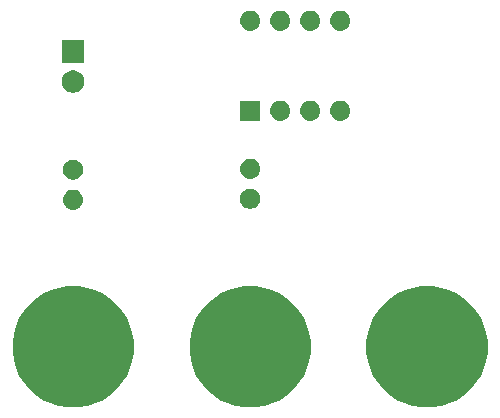
<source format=gbr>
G04 #@! TF.GenerationSoftware,KiCad,Pcbnew,(5.0.1-3-g963ef8bb5)*
G04 #@! TF.CreationDate,2018-11-27T12:20:19-08:00*
G04 #@! TF.ProjectId,Example,4578616D706C652E6B696361645F7063,0.0.1*
G04 #@! TF.SameCoordinates,Original*
G04 #@! TF.FileFunction,Soldermask,Top*
G04 #@! TF.FilePolarity,Negative*
%FSLAX46Y46*%
G04 Gerber Fmt 4.6, Leading zero omitted, Abs format (unit mm)*
G04 Created by KiCad (PCBNEW (5.0.1-3-g963ef8bb5)) date Tuesday, November 27, 2018 at 12:20:19 PM*
%MOMM*%
%LPD*%
G01*
G04 APERTURE LIST*
%ADD10C,0.100000*%
G04 APERTURE END LIST*
D10*
G36*
X161146225Y-120000454D02*
X161476658Y-120066181D01*
X161863443Y-120226393D01*
X162410439Y-120452966D01*
X163250825Y-121014494D01*
X163965506Y-121729175D01*
X164527034Y-122569561D01*
X164913819Y-123503343D01*
X165111000Y-124494639D01*
X165111000Y-125505361D01*
X164913819Y-126496657D01*
X164527034Y-127430439D01*
X163965506Y-128270825D01*
X163250825Y-128985506D01*
X162410439Y-129547034D01*
X161863443Y-129773607D01*
X161476658Y-129933819D01*
X161146225Y-129999546D01*
X160485361Y-130131000D01*
X159474639Y-130131000D01*
X158813775Y-129999546D01*
X158483342Y-129933819D01*
X158096557Y-129773607D01*
X157549561Y-129547034D01*
X156709175Y-128985506D01*
X155994494Y-128270825D01*
X155432966Y-127430439D01*
X155046181Y-126496657D01*
X154849000Y-125505361D01*
X154849000Y-124494639D01*
X155046181Y-123503343D01*
X155432966Y-122569561D01*
X155994494Y-121729175D01*
X156709175Y-121014494D01*
X157549561Y-120452966D01*
X158096557Y-120226393D01*
X158483342Y-120066181D01*
X158813775Y-120000454D01*
X159474639Y-119869000D01*
X160485361Y-119869000D01*
X161146225Y-120000454D01*
X161146225Y-120000454D01*
G37*
G36*
X146166225Y-120000454D02*
X146496658Y-120066181D01*
X146883443Y-120226393D01*
X147430439Y-120452966D01*
X148270825Y-121014494D01*
X148985506Y-121729175D01*
X149547034Y-122569561D01*
X149933819Y-123503343D01*
X150131000Y-124494639D01*
X150131000Y-125505361D01*
X149933819Y-126496657D01*
X149547034Y-127430439D01*
X148985506Y-128270825D01*
X148270825Y-128985506D01*
X147430439Y-129547034D01*
X146883443Y-129773607D01*
X146496658Y-129933819D01*
X146166225Y-129999546D01*
X145505361Y-130131000D01*
X144494639Y-130131000D01*
X143833775Y-129999546D01*
X143503342Y-129933819D01*
X143116557Y-129773607D01*
X142569561Y-129547034D01*
X141729175Y-128985506D01*
X141014494Y-128270825D01*
X140452966Y-127430439D01*
X140066181Y-126496657D01*
X139869000Y-125505361D01*
X139869000Y-124494639D01*
X140066181Y-123503343D01*
X140452966Y-122569561D01*
X141014494Y-121729175D01*
X141729175Y-121014494D01*
X142569561Y-120452966D01*
X143116557Y-120226393D01*
X143503342Y-120066181D01*
X143833775Y-120000454D01*
X144494639Y-119869000D01*
X145505361Y-119869000D01*
X146166225Y-120000454D01*
X146166225Y-120000454D01*
G37*
G36*
X131176225Y-120000454D02*
X131506658Y-120066181D01*
X131893443Y-120226393D01*
X132440439Y-120452966D01*
X133280825Y-121014494D01*
X133995506Y-121729175D01*
X134557034Y-122569561D01*
X134943819Y-123503343D01*
X135141000Y-124494639D01*
X135141000Y-125505361D01*
X134943819Y-126496657D01*
X134557034Y-127430439D01*
X133995506Y-128270825D01*
X133280825Y-128985506D01*
X132440439Y-129547034D01*
X131893443Y-129773607D01*
X131506658Y-129933819D01*
X131176225Y-129999546D01*
X130515361Y-130131000D01*
X129504639Y-130131000D01*
X128843775Y-129999546D01*
X128513342Y-129933819D01*
X128126557Y-129773607D01*
X127579561Y-129547034D01*
X126739175Y-128985506D01*
X126024494Y-128270825D01*
X125462966Y-127430439D01*
X125076181Y-126496657D01*
X124879000Y-125505361D01*
X124879000Y-124494639D01*
X125076181Y-123503343D01*
X125462966Y-122569561D01*
X126024494Y-121729175D01*
X126739175Y-121014494D01*
X127579561Y-120452966D01*
X128126557Y-120226393D01*
X128513342Y-120066181D01*
X128843775Y-120000454D01*
X129504639Y-119869000D01*
X130515361Y-119869000D01*
X131176225Y-120000454D01*
X131176225Y-120000454D01*
G37*
G36*
X130166821Y-111701313D02*
X130166824Y-111701314D01*
X130166825Y-111701314D01*
X130327239Y-111749975D01*
X130327241Y-111749976D01*
X130327244Y-111749977D01*
X130475078Y-111828995D01*
X130604659Y-111935341D01*
X130711005Y-112064922D01*
X130790023Y-112212756D01*
X130838687Y-112373179D01*
X130855117Y-112540000D01*
X130838687Y-112706821D01*
X130838686Y-112706824D01*
X130838686Y-112706825D01*
X130791281Y-112863100D01*
X130790023Y-112867244D01*
X130711005Y-113015078D01*
X130604659Y-113144659D01*
X130475078Y-113251005D01*
X130327244Y-113330023D01*
X130327241Y-113330024D01*
X130327239Y-113330025D01*
X130166825Y-113378686D01*
X130166824Y-113378686D01*
X130166821Y-113378687D01*
X130041804Y-113391000D01*
X129958196Y-113391000D01*
X129833179Y-113378687D01*
X129833176Y-113378686D01*
X129833175Y-113378686D01*
X129672761Y-113330025D01*
X129672759Y-113330024D01*
X129672756Y-113330023D01*
X129524922Y-113251005D01*
X129395341Y-113144659D01*
X129288995Y-113015078D01*
X129209977Y-112867244D01*
X129208720Y-112863100D01*
X129161314Y-112706825D01*
X129161314Y-112706824D01*
X129161313Y-112706821D01*
X129144883Y-112540000D01*
X129161313Y-112373179D01*
X129209977Y-112212756D01*
X129288995Y-112064922D01*
X129395341Y-111935341D01*
X129524922Y-111828995D01*
X129672756Y-111749977D01*
X129672759Y-111749976D01*
X129672761Y-111749975D01*
X129833175Y-111701314D01*
X129833176Y-111701314D01*
X129833179Y-111701313D01*
X129958196Y-111689000D01*
X130041804Y-111689000D01*
X130166821Y-111701313D01*
X130166821Y-111701313D01*
G37*
G36*
X145248228Y-111641703D02*
X145403100Y-111705853D01*
X145542481Y-111798985D01*
X145661015Y-111917519D01*
X145754147Y-112056900D01*
X145818297Y-112211772D01*
X145851000Y-112376184D01*
X145851000Y-112543816D01*
X145818297Y-112708228D01*
X145754147Y-112863100D01*
X145661015Y-113002481D01*
X145542481Y-113121015D01*
X145403100Y-113214147D01*
X145248228Y-113278297D01*
X145083816Y-113311000D01*
X144916184Y-113311000D01*
X144751772Y-113278297D01*
X144596900Y-113214147D01*
X144457519Y-113121015D01*
X144338985Y-113002481D01*
X144245853Y-112863100D01*
X144181703Y-112708228D01*
X144149000Y-112543816D01*
X144149000Y-112376184D01*
X144181703Y-112211772D01*
X144245853Y-112056900D01*
X144338985Y-111917519D01*
X144457519Y-111798985D01*
X144596900Y-111705853D01*
X144751772Y-111641703D01*
X144916184Y-111609000D01*
X145083816Y-111609000D01*
X145248228Y-111641703D01*
X145248228Y-111641703D01*
G37*
G36*
X130248228Y-109181703D02*
X130403100Y-109245853D01*
X130542481Y-109338985D01*
X130661015Y-109457519D01*
X130754147Y-109596900D01*
X130818297Y-109751772D01*
X130851000Y-109916184D01*
X130851000Y-110083816D01*
X130818297Y-110248228D01*
X130754147Y-110403100D01*
X130661015Y-110542481D01*
X130542481Y-110661015D01*
X130403100Y-110754147D01*
X130248228Y-110818297D01*
X130083816Y-110851000D01*
X129916184Y-110851000D01*
X129751772Y-110818297D01*
X129596900Y-110754147D01*
X129457519Y-110661015D01*
X129338985Y-110542481D01*
X129245853Y-110403100D01*
X129181703Y-110248228D01*
X129149000Y-110083816D01*
X129149000Y-109916184D01*
X129181703Y-109751772D01*
X129245853Y-109596900D01*
X129338985Y-109457519D01*
X129457519Y-109338985D01*
X129596900Y-109245853D01*
X129751772Y-109181703D01*
X129916184Y-109149000D01*
X130083816Y-109149000D01*
X130248228Y-109181703D01*
X130248228Y-109181703D01*
G37*
G36*
X145166821Y-109081313D02*
X145166824Y-109081314D01*
X145166825Y-109081314D01*
X145327239Y-109129975D01*
X145327241Y-109129976D01*
X145327244Y-109129977D01*
X145475078Y-109208995D01*
X145604659Y-109315341D01*
X145711005Y-109444922D01*
X145790023Y-109592756D01*
X145790024Y-109592759D01*
X145790025Y-109592761D01*
X145838260Y-109751772D01*
X145838687Y-109753179D01*
X145855117Y-109920000D01*
X145838687Y-110086821D01*
X145790023Y-110247244D01*
X145711005Y-110395078D01*
X145604659Y-110524659D01*
X145475078Y-110631005D01*
X145327244Y-110710023D01*
X145327241Y-110710024D01*
X145327239Y-110710025D01*
X145166825Y-110758686D01*
X145166824Y-110758686D01*
X145166821Y-110758687D01*
X145041804Y-110771000D01*
X144958196Y-110771000D01*
X144833179Y-110758687D01*
X144833176Y-110758686D01*
X144833175Y-110758686D01*
X144672761Y-110710025D01*
X144672759Y-110710024D01*
X144672756Y-110710023D01*
X144524922Y-110631005D01*
X144395341Y-110524659D01*
X144288995Y-110395078D01*
X144209977Y-110247244D01*
X144161313Y-110086821D01*
X144144883Y-109920000D01*
X144161313Y-109753179D01*
X144161740Y-109751772D01*
X144209975Y-109592761D01*
X144209976Y-109592759D01*
X144209977Y-109592756D01*
X144288995Y-109444922D01*
X144395341Y-109315341D01*
X144524922Y-109208995D01*
X144672756Y-109129977D01*
X144672759Y-109129976D01*
X144672761Y-109129975D01*
X144833175Y-109081314D01*
X144833176Y-109081314D01*
X144833179Y-109081313D01*
X144958196Y-109069000D01*
X145041804Y-109069000D01*
X145166821Y-109081313D01*
X145166821Y-109081313D01*
G37*
G36*
X152786821Y-104161313D02*
X152786824Y-104161314D01*
X152786825Y-104161314D01*
X152947239Y-104209975D01*
X152947241Y-104209976D01*
X152947244Y-104209977D01*
X153095078Y-104288995D01*
X153224659Y-104395341D01*
X153331005Y-104524922D01*
X153410023Y-104672756D01*
X153458687Y-104833179D01*
X153475117Y-105000000D01*
X153458687Y-105166821D01*
X153410023Y-105327244D01*
X153331005Y-105475078D01*
X153224659Y-105604659D01*
X153095078Y-105711005D01*
X152947244Y-105790023D01*
X152947241Y-105790024D01*
X152947239Y-105790025D01*
X152786825Y-105838686D01*
X152786824Y-105838686D01*
X152786821Y-105838687D01*
X152661804Y-105851000D01*
X152578196Y-105851000D01*
X152453179Y-105838687D01*
X152453176Y-105838686D01*
X152453175Y-105838686D01*
X152292761Y-105790025D01*
X152292759Y-105790024D01*
X152292756Y-105790023D01*
X152144922Y-105711005D01*
X152015341Y-105604659D01*
X151908995Y-105475078D01*
X151829977Y-105327244D01*
X151781313Y-105166821D01*
X151764883Y-105000000D01*
X151781313Y-104833179D01*
X151829977Y-104672756D01*
X151908995Y-104524922D01*
X152015341Y-104395341D01*
X152144922Y-104288995D01*
X152292756Y-104209977D01*
X152292759Y-104209976D01*
X152292761Y-104209975D01*
X152453175Y-104161314D01*
X152453176Y-104161314D01*
X152453179Y-104161313D01*
X152578196Y-104149000D01*
X152661804Y-104149000D01*
X152786821Y-104161313D01*
X152786821Y-104161313D01*
G37*
G36*
X150246821Y-104161313D02*
X150246824Y-104161314D01*
X150246825Y-104161314D01*
X150407239Y-104209975D01*
X150407241Y-104209976D01*
X150407244Y-104209977D01*
X150555078Y-104288995D01*
X150684659Y-104395341D01*
X150791005Y-104524922D01*
X150870023Y-104672756D01*
X150918687Y-104833179D01*
X150935117Y-105000000D01*
X150918687Y-105166821D01*
X150870023Y-105327244D01*
X150791005Y-105475078D01*
X150684659Y-105604659D01*
X150555078Y-105711005D01*
X150407244Y-105790023D01*
X150407241Y-105790024D01*
X150407239Y-105790025D01*
X150246825Y-105838686D01*
X150246824Y-105838686D01*
X150246821Y-105838687D01*
X150121804Y-105851000D01*
X150038196Y-105851000D01*
X149913179Y-105838687D01*
X149913176Y-105838686D01*
X149913175Y-105838686D01*
X149752761Y-105790025D01*
X149752759Y-105790024D01*
X149752756Y-105790023D01*
X149604922Y-105711005D01*
X149475341Y-105604659D01*
X149368995Y-105475078D01*
X149289977Y-105327244D01*
X149241313Y-105166821D01*
X149224883Y-105000000D01*
X149241313Y-104833179D01*
X149289977Y-104672756D01*
X149368995Y-104524922D01*
X149475341Y-104395341D01*
X149604922Y-104288995D01*
X149752756Y-104209977D01*
X149752759Y-104209976D01*
X149752761Y-104209975D01*
X149913175Y-104161314D01*
X149913176Y-104161314D01*
X149913179Y-104161313D01*
X150038196Y-104149000D01*
X150121804Y-104149000D01*
X150246821Y-104161313D01*
X150246821Y-104161313D01*
G37*
G36*
X147706821Y-104161313D02*
X147706824Y-104161314D01*
X147706825Y-104161314D01*
X147867239Y-104209975D01*
X147867241Y-104209976D01*
X147867244Y-104209977D01*
X148015078Y-104288995D01*
X148144659Y-104395341D01*
X148251005Y-104524922D01*
X148330023Y-104672756D01*
X148378687Y-104833179D01*
X148395117Y-105000000D01*
X148378687Y-105166821D01*
X148330023Y-105327244D01*
X148251005Y-105475078D01*
X148144659Y-105604659D01*
X148015078Y-105711005D01*
X147867244Y-105790023D01*
X147867241Y-105790024D01*
X147867239Y-105790025D01*
X147706825Y-105838686D01*
X147706824Y-105838686D01*
X147706821Y-105838687D01*
X147581804Y-105851000D01*
X147498196Y-105851000D01*
X147373179Y-105838687D01*
X147373176Y-105838686D01*
X147373175Y-105838686D01*
X147212761Y-105790025D01*
X147212759Y-105790024D01*
X147212756Y-105790023D01*
X147064922Y-105711005D01*
X146935341Y-105604659D01*
X146828995Y-105475078D01*
X146749977Y-105327244D01*
X146701313Y-105166821D01*
X146684883Y-105000000D01*
X146701313Y-104833179D01*
X146749977Y-104672756D01*
X146828995Y-104524922D01*
X146935341Y-104395341D01*
X147064922Y-104288995D01*
X147212756Y-104209977D01*
X147212759Y-104209976D01*
X147212761Y-104209975D01*
X147373175Y-104161314D01*
X147373176Y-104161314D01*
X147373179Y-104161313D01*
X147498196Y-104149000D01*
X147581804Y-104149000D01*
X147706821Y-104161313D01*
X147706821Y-104161313D01*
G37*
G36*
X145851000Y-105851000D02*
X144149000Y-105851000D01*
X144149000Y-104149000D01*
X145851000Y-104149000D01*
X145851000Y-105851000D01*
X145851000Y-105851000D01*
G37*
G36*
X130277396Y-101625546D02*
X130450466Y-101697234D01*
X130606230Y-101801312D01*
X130738688Y-101933770D01*
X130842766Y-102089534D01*
X130914454Y-102262604D01*
X130951000Y-102446333D01*
X130951000Y-102633667D01*
X130914454Y-102817396D01*
X130842766Y-102990466D01*
X130738688Y-103146230D01*
X130606230Y-103278688D01*
X130450466Y-103382766D01*
X130277396Y-103454454D01*
X130093667Y-103491000D01*
X129906333Y-103491000D01*
X129722604Y-103454454D01*
X129549534Y-103382766D01*
X129393770Y-103278688D01*
X129261312Y-103146230D01*
X129157234Y-102990466D01*
X129085546Y-102817396D01*
X129049000Y-102633667D01*
X129049000Y-102446333D01*
X129085546Y-102262604D01*
X129157234Y-102089534D01*
X129261312Y-101933770D01*
X129393770Y-101801312D01*
X129549534Y-101697234D01*
X129722604Y-101625546D01*
X129906333Y-101589000D01*
X130093667Y-101589000D01*
X130277396Y-101625546D01*
X130277396Y-101625546D01*
G37*
G36*
X130951000Y-100951000D02*
X129049000Y-100951000D01*
X129049000Y-99049000D01*
X130951000Y-99049000D01*
X130951000Y-100951000D01*
X130951000Y-100951000D01*
G37*
G36*
X145166821Y-96541313D02*
X145166824Y-96541314D01*
X145166825Y-96541314D01*
X145327239Y-96589975D01*
X145327241Y-96589976D01*
X145327244Y-96589977D01*
X145475078Y-96668995D01*
X145604659Y-96775341D01*
X145711005Y-96904922D01*
X145790023Y-97052756D01*
X145838687Y-97213179D01*
X145855117Y-97380000D01*
X145838687Y-97546821D01*
X145790023Y-97707244D01*
X145711005Y-97855078D01*
X145604659Y-97984659D01*
X145475078Y-98091005D01*
X145327244Y-98170023D01*
X145327241Y-98170024D01*
X145327239Y-98170025D01*
X145166825Y-98218686D01*
X145166824Y-98218686D01*
X145166821Y-98218687D01*
X145041804Y-98231000D01*
X144958196Y-98231000D01*
X144833179Y-98218687D01*
X144833176Y-98218686D01*
X144833175Y-98218686D01*
X144672761Y-98170025D01*
X144672759Y-98170024D01*
X144672756Y-98170023D01*
X144524922Y-98091005D01*
X144395341Y-97984659D01*
X144288995Y-97855078D01*
X144209977Y-97707244D01*
X144161313Y-97546821D01*
X144144883Y-97380000D01*
X144161313Y-97213179D01*
X144209977Y-97052756D01*
X144288995Y-96904922D01*
X144395341Y-96775341D01*
X144524922Y-96668995D01*
X144672756Y-96589977D01*
X144672759Y-96589976D01*
X144672761Y-96589975D01*
X144833175Y-96541314D01*
X144833176Y-96541314D01*
X144833179Y-96541313D01*
X144958196Y-96529000D01*
X145041804Y-96529000D01*
X145166821Y-96541313D01*
X145166821Y-96541313D01*
G37*
G36*
X147706821Y-96541313D02*
X147706824Y-96541314D01*
X147706825Y-96541314D01*
X147867239Y-96589975D01*
X147867241Y-96589976D01*
X147867244Y-96589977D01*
X148015078Y-96668995D01*
X148144659Y-96775341D01*
X148251005Y-96904922D01*
X148330023Y-97052756D01*
X148378687Y-97213179D01*
X148395117Y-97380000D01*
X148378687Y-97546821D01*
X148330023Y-97707244D01*
X148251005Y-97855078D01*
X148144659Y-97984659D01*
X148015078Y-98091005D01*
X147867244Y-98170023D01*
X147867241Y-98170024D01*
X147867239Y-98170025D01*
X147706825Y-98218686D01*
X147706824Y-98218686D01*
X147706821Y-98218687D01*
X147581804Y-98231000D01*
X147498196Y-98231000D01*
X147373179Y-98218687D01*
X147373176Y-98218686D01*
X147373175Y-98218686D01*
X147212761Y-98170025D01*
X147212759Y-98170024D01*
X147212756Y-98170023D01*
X147064922Y-98091005D01*
X146935341Y-97984659D01*
X146828995Y-97855078D01*
X146749977Y-97707244D01*
X146701313Y-97546821D01*
X146684883Y-97380000D01*
X146701313Y-97213179D01*
X146749977Y-97052756D01*
X146828995Y-96904922D01*
X146935341Y-96775341D01*
X147064922Y-96668995D01*
X147212756Y-96589977D01*
X147212759Y-96589976D01*
X147212761Y-96589975D01*
X147373175Y-96541314D01*
X147373176Y-96541314D01*
X147373179Y-96541313D01*
X147498196Y-96529000D01*
X147581804Y-96529000D01*
X147706821Y-96541313D01*
X147706821Y-96541313D01*
G37*
G36*
X152786821Y-96541313D02*
X152786824Y-96541314D01*
X152786825Y-96541314D01*
X152947239Y-96589975D01*
X152947241Y-96589976D01*
X152947244Y-96589977D01*
X153095078Y-96668995D01*
X153224659Y-96775341D01*
X153331005Y-96904922D01*
X153410023Y-97052756D01*
X153458687Y-97213179D01*
X153475117Y-97380000D01*
X153458687Y-97546821D01*
X153410023Y-97707244D01*
X153331005Y-97855078D01*
X153224659Y-97984659D01*
X153095078Y-98091005D01*
X152947244Y-98170023D01*
X152947241Y-98170024D01*
X152947239Y-98170025D01*
X152786825Y-98218686D01*
X152786824Y-98218686D01*
X152786821Y-98218687D01*
X152661804Y-98231000D01*
X152578196Y-98231000D01*
X152453179Y-98218687D01*
X152453176Y-98218686D01*
X152453175Y-98218686D01*
X152292761Y-98170025D01*
X152292759Y-98170024D01*
X152292756Y-98170023D01*
X152144922Y-98091005D01*
X152015341Y-97984659D01*
X151908995Y-97855078D01*
X151829977Y-97707244D01*
X151781313Y-97546821D01*
X151764883Y-97380000D01*
X151781313Y-97213179D01*
X151829977Y-97052756D01*
X151908995Y-96904922D01*
X152015341Y-96775341D01*
X152144922Y-96668995D01*
X152292756Y-96589977D01*
X152292759Y-96589976D01*
X152292761Y-96589975D01*
X152453175Y-96541314D01*
X152453176Y-96541314D01*
X152453179Y-96541313D01*
X152578196Y-96529000D01*
X152661804Y-96529000D01*
X152786821Y-96541313D01*
X152786821Y-96541313D01*
G37*
G36*
X150246821Y-96541313D02*
X150246824Y-96541314D01*
X150246825Y-96541314D01*
X150407239Y-96589975D01*
X150407241Y-96589976D01*
X150407244Y-96589977D01*
X150555078Y-96668995D01*
X150684659Y-96775341D01*
X150791005Y-96904922D01*
X150870023Y-97052756D01*
X150918687Y-97213179D01*
X150935117Y-97380000D01*
X150918687Y-97546821D01*
X150870023Y-97707244D01*
X150791005Y-97855078D01*
X150684659Y-97984659D01*
X150555078Y-98091005D01*
X150407244Y-98170023D01*
X150407241Y-98170024D01*
X150407239Y-98170025D01*
X150246825Y-98218686D01*
X150246824Y-98218686D01*
X150246821Y-98218687D01*
X150121804Y-98231000D01*
X150038196Y-98231000D01*
X149913179Y-98218687D01*
X149913176Y-98218686D01*
X149913175Y-98218686D01*
X149752761Y-98170025D01*
X149752759Y-98170024D01*
X149752756Y-98170023D01*
X149604922Y-98091005D01*
X149475341Y-97984659D01*
X149368995Y-97855078D01*
X149289977Y-97707244D01*
X149241313Y-97546821D01*
X149224883Y-97380000D01*
X149241313Y-97213179D01*
X149289977Y-97052756D01*
X149368995Y-96904922D01*
X149475341Y-96775341D01*
X149604922Y-96668995D01*
X149752756Y-96589977D01*
X149752759Y-96589976D01*
X149752761Y-96589975D01*
X149913175Y-96541314D01*
X149913176Y-96541314D01*
X149913179Y-96541313D01*
X150038196Y-96529000D01*
X150121804Y-96529000D01*
X150246821Y-96541313D01*
X150246821Y-96541313D01*
G37*
M02*

</source>
